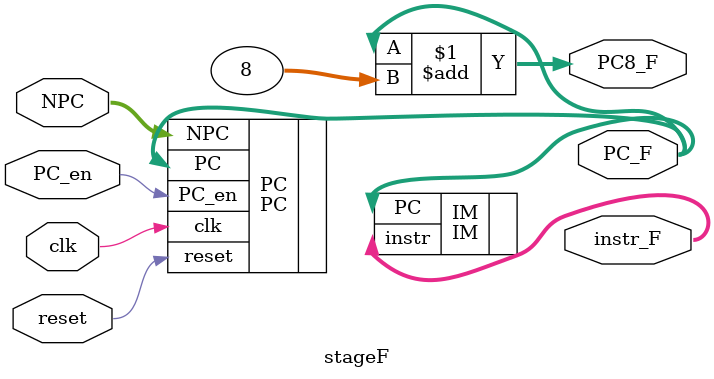
<source format=v>
`timescale 1ns / 1ps
module stageF(
    input clk,
    input reset,
    input [31:0] NPC,
    input PC_en,
    output [31:0] instr_F,
    output [31:0] PC_F,
    output [31:0] PC8_F
    );
	 
	 //------------------PC---------------
	 PC PC(
		.clk(clk),
		.reset(reset),
		.PC_en(PC_en),
		.NPC(NPC),
		.PC(PC_F)
	 );
	 
	 assign PC8_F = PC_F + 8;
	 
	 
	 //------------------IM---------------
	
	IM IM(
		.PC(PC_F),
		.instr(instr_F)
	);
	
endmodule

</source>
